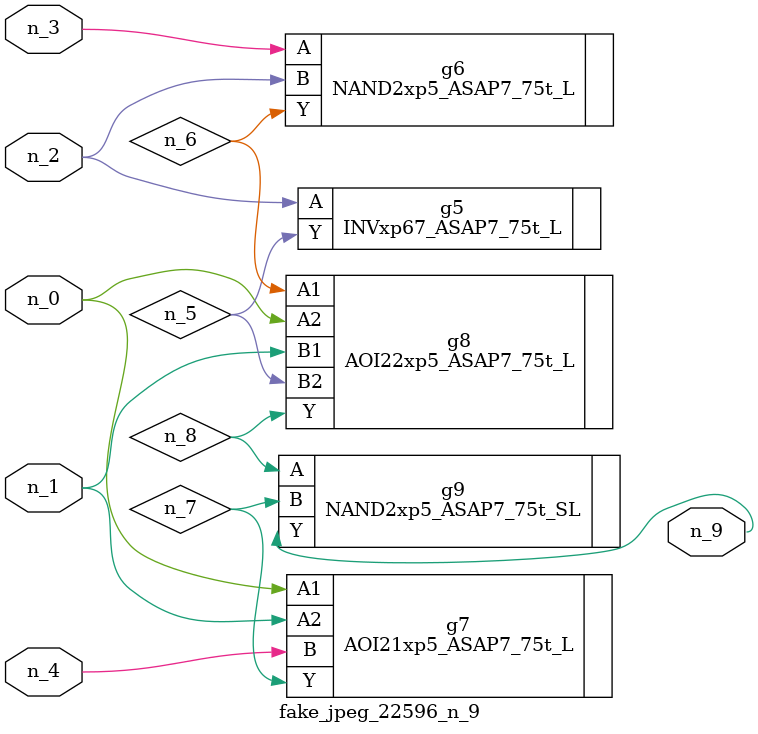
<source format=v>
module fake_jpeg_22596_n_9 (n_3, n_2, n_1, n_0, n_4, n_9);

input n_3;
input n_2;
input n_1;
input n_0;
input n_4;

output n_9;

wire n_8;
wire n_6;
wire n_5;
wire n_7;

INVxp67_ASAP7_75t_L g5 ( 
.A(n_2),
.Y(n_5)
);

NAND2xp5_ASAP7_75t_L g6 ( 
.A(n_3),
.B(n_2),
.Y(n_6)
);

AOI21xp5_ASAP7_75t_L g7 ( 
.A1(n_0),
.A2(n_1),
.B(n_4),
.Y(n_7)
);

AOI22xp5_ASAP7_75t_L g8 ( 
.A1(n_6),
.A2(n_0),
.B1(n_1),
.B2(n_5),
.Y(n_8)
);

NAND2xp5_ASAP7_75t_SL g9 ( 
.A(n_8),
.B(n_7),
.Y(n_9)
);


endmodule
</source>
